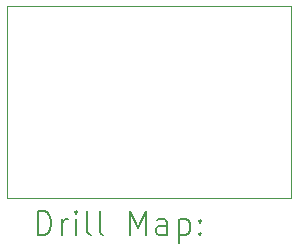
<source format=gbr>
%TF.GenerationSoftware,KiCad,Pcbnew,9.0.1*%
%TF.CreationDate,2025-08-23T10:31:38+05:00*%
%TF.ProjectId,motor_driver,6d6f746f-725f-4647-9269-7665722e6b69,rev?*%
%TF.SameCoordinates,Original*%
%TF.FileFunction,Drillmap*%
%TF.FilePolarity,Positive*%
%FSLAX45Y45*%
G04 Gerber Fmt 4.5, Leading zero omitted, Abs format (unit mm)*
G04 Created by KiCad (PCBNEW 9.0.1) date 2025-08-23 10:31:38*
%MOMM*%
%LPD*%
G01*
G04 APERTURE LIST*
%ADD10C,0.050000*%
%ADD11C,0.200000*%
G04 APERTURE END LIST*
D10*
X14670000Y-8775000D02*
X17070000Y-8775000D01*
X17070000Y-10400000D01*
X14670000Y-10400000D01*
X14670000Y-8775000D01*
D11*
X14928277Y-10713984D02*
X14928277Y-10513984D01*
X14928277Y-10513984D02*
X14975896Y-10513984D01*
X14975896Y-10513984D02*
X15004467Y-10523508D01*
X15004467Y-10523508D02*
X15023515Y-10542555D01*
X15023515Y-10542555D02*
X15033039Y-10561603D01*
X15033039Y-10561603D02*
X15042562Y-10599698D01*
X15042562Y-10599698D02*
X15042562Y-10628270D01*
X15042562Y-10628270D02*
X15033039Y-10666365D01*
X15033039Y-10666365D02*
X15023515Y-10685412D01*
X15023515Y-10685412D02*
X15004467Y-10704460D01*
X15004467Y-10704460D02*
X14975896Y-10713984D01*
X14975896Y-10713984D02*
X14928277Y-10713984D01*
X15128277Y-10713984D02*
X15128277Y-10580650D01*
X15128277Y-10618746D02*
X15137801Y-10599698D01*
X15137801Y-10599698D02*
X15147324Y-10590174D01*
X15147324Y-10590174D02*
X15166372Y-10580650D01*
X15166372Y-10580650D02*
X15185420Y-10580650D01*
X15252086Y-10713984D02*
X15252086Y-10580650D01*
X15252086Y-10513984D02*
X15242562Y-10523508D01*
X15242562Y-10523508D02*
X15252086Y-10533031D01*
X15252086Y-10533031D02*
X15261610Y-10523508D01*
X15261610Y-10523508D02*
X15252086Y-10513984D01*
X15252086Y-10513984D02*
X15252086Y-10533031D01*
X15375896Y-10713984D02*
X15356848Y-10704460D01*
X15356848Y-10704460D02*
X15347324Y-10685412D01*
X15347324Y-10685412D02*
X15347324Y-10513984D01*
X15480658Y-10713984D02*
X15461610Y-10704460D01*
X15461610Y-10704460D02*
X15452086Y-10685412D01*
X15452086Y-10685412D02*
X15452086Y-10513984D01*
X15709229Y-10713984D02*
X15709229Y-10513984D01*
X15709229Y-10513984D02*
X15775896Y-10656841D01*
X15775896Y-10656841D02*
X15842562Y-10513984D01*
X15842562Y-10513984D02*
X15842562Y-10713984D01*
X16023515Y-10713984D02*
X16023515Y-10609222D01*
X16023515Y-10609222D02*
X16013991Y-10590174D01*
X16013991Y-10590174D02*
X15994943Y-10580650D01*
X15994943Y-10580650D02*
X15956848Y-10580650D01*
X15956848Y-10580650D02*
X15937801Y-10590174D01*
X16023515Y-10704460D02*
X16004467Y-10713984D01*
X16004467Y-10713984D02*
X15956848Y-10713984D01*
X15956848Y-10713984D02*
X15937801Y-10704460D01*
X15937801Y-10704460D02*
X15928277Y-10685412D01*
X15928277Y-10685412D02*
X15928277Y-10666365D01*
X15928277Y-10666365D02*
X15937801Y-10647317D01*
X15937801Y-10647317D02*
X15956848Y-10637793D01*
X15956848Y-10637793D02*
X16004467Y-10637793D01*
X16004467Y-10637793D02*
X16023515Y-10628270D01*
X16118753Y-10580650D02*
X16118753Y-10780650D01*
X16118753Y-10590174D02*
X16137801Y-10580650D01*
X16137801Y-10580650D02*
X16175896Y-10580650D01*
X16175896Y-10580650D02*
X16194943Y-10590174D01*
X16194943Y-10590174D02*
X16204467Y-10599698D01*
X16204467Y-10599698D02*
X16213991Y-10618746D01*
X16213991Y-10618746D02*
X16213991Y-10675889D01*
X16213991Y-10675889D02*
X16204467Y-10694936D01*
X16204467Y-10694936D02*
X16194943Y-10704460D01*
X16194943Y-10704460D02*
X16175896Y-10713984D01*
X16175896Y-10713984D02*
X16137801Y-10713984D01*
X16137801Y-10713984D02*
X16118753Y-10704460D01*
X16299705Y-10694936D02*
X16309229Y-10704460D01*
X16309229Y-10704460D02*
X16299705Y-10713984D01*
X16299705Y-10713984D02*
X16290182Y-10704460D01*
X16290182Y-10704460D02*
X16299705Y-10694936D01*
X16299705Y-10694936D02*
X16299705Y-10713984D01*
X16299705Y-10590174D02*
X16309229Y-10599698D01*
X16309229Y-10599698D02*
X16299705Y-10609222D01*
X16299705Y-10609222D02*
X16290182Y-10599698D01*
X16290182Y-10599698D02*
X16299705Y-10590174D01*
X16299705Y-10590174D02*
X16299705Y-10609222D01*
M02*

</source>
